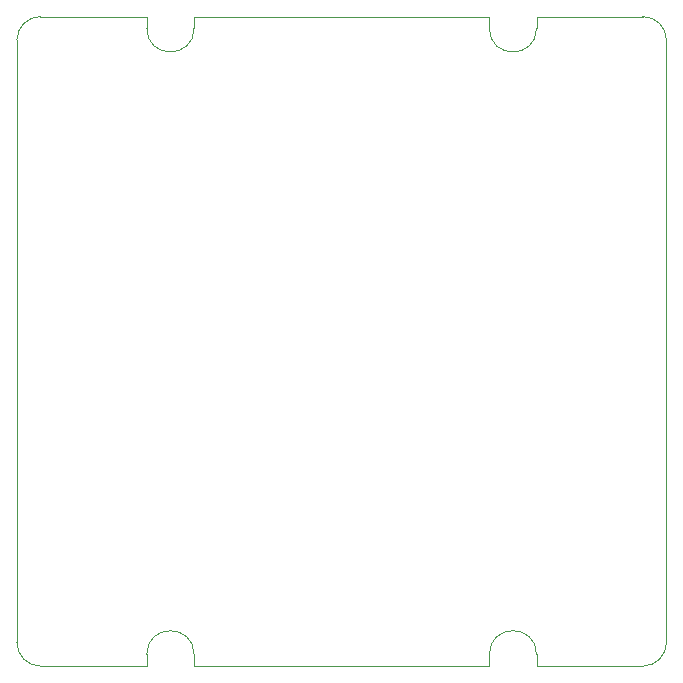
<source format=gm1>
G04 #@! TF.GenerationSoftware,KiCad,Pcbnew,(6.0.10)*
G04 #@! TF.CreationDate,2023-10-08T01:52:57-06:00*
G04 #@! TF.ProjectId,ESP32C3_WordClock,45535033-3243-4335-9f57-6f7264436c6f,rev?*
G04 #@! TF.SameCoordinates,Original*
G04 #@! TF.FileFunction,Profile,NP*
%FSLAX46Y46*%
G04 Gerber Fmt 4.6, Leading zero omitted, Abs format (unit mm)*
G04 Created by KiCad (PCBNEW (6.0.10)) date 2023-10-08 01:52:57*
%MOMM*%
%LPD*%
G01*
G04 APERTURE LIST*
G04 #@! TA.AperFunction,Profile*
%ADD10C,0.100000*%
G04 #@! TD*
G04 APERTURE END LIST*
D10*
X60000000Y-108000000D02*
G75*
G03*
X62000000Y-110000000I2000000J0D01*
G01*
X62000000Y-55000000D02*
G75*
G03*
X60000000Y-57000000I0J-2000000D01*
G01*
X115000000Y-57000000D02*
G75*
G03*
X113000000Y-55000000I-2000000J0D01*
G01*
X113000000Y-110000000D02*
G75*
G03*
X115000000Y-108000000I0J2000000D01*
G01*
X71000000Y-110000000D02*
X62000000Y-110000000D01*
X71000000Y-109000000D02*
X71000000Y-110000000D01*
X75000000Y-110000000D02*
X75000000Y-109000000D01*
X104000000Y-110000000D02*
X113000000Y-110000000D01*
X104000000Y-109000000D02*
X104000000Y-110000000D01*
X100000000Y-110000000D02*
X100000000Y-109000000D01*
X71000000Y-55000000D02*
X62000000Y-55000000D01*
X71000000Y-56000000D02*
X71000000Y-55000000D01*
X75000000Y-55000000D02*
X75000000Y-56000000D01*
X104000000Y-55000000D02*
X113000000Y-55000000D01*
X104000000Y-56000000D02*
X104000000Y-55000000D01*
X100000000Y-55000000D02*
X100000000Y-56000000D01*
X100000000Y-56000000D02*
G75*
G03*
X104000000Y-56000000I2000000J0D01*
G01*
X71000000Y-56000000D02*
G75*
G03*
X75000000Y-56000000I2000000J0D01*
G01*
X75000000Y-109000000D02*
G75*
G03*
X71000000Y-109000000I-2000000J0D01*
G01*
X104000000Y-109000000D02*
G75*
G03*
X100000000Y-109000000I-2000000J0D01*
G01*
X100000000Y-110000000D02*
X75000000Y-110000000D01*
X115000000Y-57000000D02*
X115000000Y-108000000D01*
X75000000Y-55000000D02*
X100000000Y-55000000D01*
X60000000Y-108000000D02*
X60000000Y-57000000D01*
M02*

</source>
